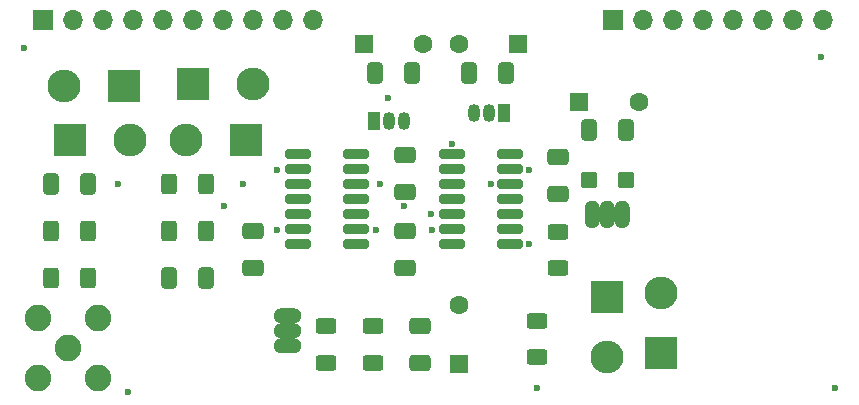
<source format=gbs>
G04 #@! TF.GenerationSoftware,KiCad,Pcbnew,8.0.0*
G04 #@! TF.CreationDate,2025-01-04T20:02:43+01:00*
G04 #@! TF.ProjectId,ina2137,696e6132-3133-4372-9e6b-696361645f70,rev?*
G04 #@! TF.SameCoordinates,Original*
G04 #@! TF.FileFunction,Soldermask,Bot*
G04 #@! TF.FilePolarity,Negative*
%FSLAX46Y46*%
G04 Gerber Fmt 4.6, Leading zero omitted, Abs format (unit mm)*
G04 Created by KiCad (PCBNEW 8.0.0) date 2025-01-04 20:02:43*
%MOMM*%
%LPD*%
G01*
G04 APERTURE LIST*
G04 Aperture macros list*
%AMRoundRect*
0 Rectangle with rounded corners*
0 $1 Rounding radius*
0 $2 $3 $4 $5 $6 $7 $8 $9 X,Y pos of 4 corners*
0 Add a 4 corners polygon primitive as box body*
4,1,4,$2,$3,$4,$5,$6,$7,$8,$9,$2,$3,0*
0 Add four circle primitives for the rounded corners*
1,1,$1+$1,$2,$3*
1,1,$1+$1,$4,$5*
1,1,$1+$1,$6,$7*
1,1,$1+$1,$8,$9*
0 Add four rect primitives between the rounded corners*
20,1,$1+$1,$2,$3,$4,$5,0*
20,1,$1+$1,$4,$5,$6,$7,0*
20,1,$1+$1,$6,$7,$8,$9,0*
20,1,$1+$1,$8,$9,$2,$3,0*%
G04 Aperture macros list end*
%ADD10C,0.001000*%
%ADD11C,2.250000*%
%ADD12R,2.800000X2.800000*%
%ADD13O,2.800000X2.800000*%
%ADD14R,1.600000X1.600000*%
%ADD15C,1.600000*%
%ADD16R,1.700000X1.700000*%
%ADD17O,1.700000X1.700000*%
%ADD18R,1.050000X1.500000*%
%ADD19O,1.050000X1.500000*%
%ADD20RoundRect,0.250000X-0.400000X-0.625000X0.400000X-0.625000X0.400000X0.625000X-0.400000X0.625000X0*%
%ADD21RoundRect,0.250000X0.412500X0.650000X-0.412500X0.650000X-0.412500X-0.650000X0.412500X-0.650000X0*%
%ADD22RoundRect,0.201000X-0.886000X-0.201000X0.886000X-0.201000X0.886000X0.201000X-0.886000X0.201000X0*%
%ADD23RoundRect,0.250000X-0.625000X0.400000X-0.625000X-0.400000X0.625000X-0.400000X0.625000X0.400000X0*%
%ADD24RoundRect,0.250000X-0.650000X0.412500X-0.650000X-0.412500X0.650000X-0.412500X0.650000X0.412500X0*%
%ADD25RoundRect,0.250000X0.650000X-0.412500X0.650000X0.412500X-0.650000X0.412500X-0.650000X-0.412500X0*%
%ADD26RoundRect,0.250000X-0.412500X-0.650000X0.412500X-0.650000X0.412500X0.650000X-0.412500X0.650000X0*%
%ADD27RoundRect,0.250000X0.400000X0.625000X-0.400000X0.625000X-0.400000X-0.625000X0.400000X-0.625000X0*%
%ADD28RoundRect,0.102000X-0.540000X-0.545000X0.540000X-0.545000X0.540000X0.545000X-0.540000X0.545000X0*%
%ADD29C,0.600000*%
G04 APERTURE END LIST*
D10*
X133270000Y-104563661D02*
X133301000Y-104566661D01*
X133332000Y-104571661D01*
X133363000Y-104577661D01*
X133394000Y-104585661D01*
X133424000Y-104595661D01*
X133453000Y-104606661D01*
X133482000Y-104618661D01*
X133510000Y-104632661D01*
X133538000Y-104648661D01*
X133565000Y-104665661D01*
X133590000Y-104683661D01*
X133615000Y-104703661D01*
X133639000Y-104724661D01*
X133661000Y-104746661D01*
X133682000Y-104769661D01*
X133702000Y-104793661D01*
X133721000Y-104819661D01*
X133739000Y-104845661D01*
X133755000Y-104872661D01*
X133769000Y-104900661D01*
X133782000Y-104929661D01*
X133794000Y-104958661D01*
X133804000Y-104988661D01*
X133812000Y-105019661D01*
X133819000Y-105049661D01*
X133824000Y-105081661D01*
X133828000Y-105112661D01*
X133830000Y-105147661D01*
X133828000Y-105182661D01*
X133824000Y-105213661D01*
X133819000Y-105245661D01*
X133812000Y-105275661D01*
X133804000Y-105306661D01*
X133794000Y-105336661D01*
X133782000Y-105365661D01*
X133769000Y-105394661D01*
X133755000Y-105422661D01*
X133739000Y-105449661D01*
X133721000Y-105475661D01*
X133702000Y-105501661D01*
X133682000Y-105525661D01*
X133661000Y-105548661D01*
X133639000Y-105570661D01*
X133615000Y-105591661D01*
X133590000Y-105611661D01*
X133565000Y-105629661D01*
X133538000Y-105646661D01*
X133510000Y-105662661D01*
X133482000Y-105676661D01*
X133453000Y-105688661D01*
X133424000Y-105699661D01*
X133394000Y-105709661D01*
X133363000Y-105717661D01*
X133332000Y-105723661D01*
X133301000Y-105728661D01*
X133270000Y-105731661D01*
X133238000Y-105732661D01*
X133210000Y-105732661D01*
X132210000Y-105732661D01*
X132182000Y-105732661D01*
X132150000Y-105731661D01*
X132119000Y-105728661D01*
X132088000Y-105723661D01*
X132057000Y-105717661D01*
X132026000Y-105709661D01*
X131996000Y-105699661D01*
X131967000Y-105688661D01*
X131938000Y-105676661D01*
X131910000Y-105662661D01*
X131882000Y-105646661D01*
X131855000Y-105629661D01*
X131830000Y-105611661D01*
X131805000Y-105591661D01*
X131781000Y-105570661D01*
X131759000Y-105548661D01*
X131738000Y-105525661D01*
X131718000Y-105501661D01*
X131699000Y-105475661D01*
X131681000Y-105449661D01*
X131665000Y-105422661D01*
X131651000Y-105394661D01*
X131638000Y-105365661D01*
X131626000Y-105336661D01*
X131616000Y-105306661D01*
X131608000Y-105275661D01*
X131601000Y-105245661D01*
X131596000Y-105213661D01*
X131592000Y-105182661D01*
X131590000Y-105147661D01*
X131592000Y-105112661D01*
X131596000Y-105081661D01*
X131601000Y-105049661D01*
X131608000Y-105019661D01*
X131616000Y-104988661D01*
X131626000Y-104958661D01*
X131638000Y-104929661D01*
X131651000Y-104900661D01*
X131665000Y-104872661D01*
X131681000Y-104845661D01*
X131699000Y-104819661D01*
X131718000Y-104793661D01*
X131738000Y-104769661D01*
X131759000Y-104746661D01*
X131781000Y-104724661D01*
X131805000Y-104703661D01*
X131830000Y-104683661D01*
X131855000Y-104665661D01*
X131882000Y-104648661D01*
X131910000Y-104632661D01*
X131938000Y-104618661D01*
X131967000Y-104606661D01*
X131996000Y-104595661D01*
X132026000Y-104585661D01*
X132057000Y-104577661D01*
X132088000Y-104571661D01*
X132119000Y-104566661D01*
X132150000Y-104563661D01*
X132182000Y-104562661D01*
X132210000Y-104562661D01*
X133210000Y-104562661D01*
X133238000Y-104562661D01*
X133270000Y-104563661D01*
G36*
X133270000Y-104563661D02*
G01*
X133301000Y-104566661D01*
X133332000Y-104571661D01*
X133363000Y-104577661D01*
X133394000Y-104585661D01*
X133424000Y-104595661D01*
X133453000Y-104606661D01*
X133482000Y-104618661D01*
X133510000Y-104632661D01*
X133538000Y-104648661D01*
X133565000Y-104665661D01*
X133590000Y-104683661D01*
X133615000Y-104703661D01*
X133639000Y-104724661D01*
X133661000Y-104746661D01*
X133682000Y-104769661D01*
X133702000Y-104793661D01*
X133721000Y-104819661D01*
X133739000Y-104845661D01*
X133755000Y-104872661D01*
X133769000Y-104900661D01*
X133782000Y-104929661D01*
X133794000Y-104958661D01*
X133804000Y-104988661D01*
X133812000Y-105019661D01*
X133819000Y-105049661D01*
X133824000Y-105081661D01*
X133828000Y-105112661D01*
X133830000Y-105147661D01*
X133828000Y-105182661D01*
X133824000Y-105213661D01*
X133819000Y-105245661D01*
X133812000Y-105275661D01*
X133804000Y-105306661D01*
X133794000Y-105336661D01*
X133782000Y-105365661D01*
X133769000Y-105394661D01*
X133755000Y-105422661D01*
X133739000Y-105449661D01*
X133721000Y-105475661D01*
X133702000Y-105501661D01*
X133682000Y-105525661D01*
X133661000Y-105548661D01*
X133639000Y-105570661D01*
X133615000Y-105591661D01*
X133590000Y-105611661D01*
X133565000Y-105629661D01*
X133538000Y-105646661D01*
X133510000Y-105662661D01*
X133482000Y-105676661D01*
X133453000Y-105688661D01*
X133424000Y-105699661D01*
X133394000Y-105709661D01*
X133363000Y-105717661D01*
X133332000Y-105723661D01*
X133301000Y-105728661D01*
X133270000Y-105731661D01*
X133238000Y-105732661D01*
X133210000Y-105732661D01*
X132210000Y-105732661D01*
X132182000Y-105732661D01*
X132150000Y-105731661D01*
X132119000Y-105728661D01*
X132088000Y-105723661D01*
X132057000Y-105717661D01*
X132026000Y-105709661D01*
X131996000Y-105699661D01*
X131967000Y-105688661D01*
X131938000Y-105676661D01*
X131910000Y-105662661D01*
X131882000Y-105646661D01*
X131855000Y-105629661D01*
X131830000Y-105611661D01*
X131805000Y-105591661D01*
X131781000Y-105570661D01*
X131759000Y-105548661D01*
X131738000Y-105525661D01*
X131718000Y-105501661D01*
X131699000Y-105475661D01*
X131681000Y-105449661D01*
X131665000Y-105422661D01*
X131651000Y-105394661D01*
X131638000Y-105365661D01*
X131626000Y-105336661D01*
X131616000Y-105306661D01*
X131608000Y-105275661D01*
X131601000Y-105245661D01*
X131596000Y-105213661D01*
X131592000Y-105182661D01*
X131590000Y-105147661D01*
X131592000Y-105112661D01*
X131596000Y-105081661D01*
X131601000Y-105049661D01*
X131608000Y-105019661D01*
X131616000Y-104988661D01*
X131626000Y-104958661D01*
X131638000Y-104929661D01*
X131651000Y-104900661D01*
X131665000Y-104872661D01*
X131681000Y-104845661D01*
X131699000Y-104819661D01*
X131718000Y-104793661D01*
X131738000Y-104769661D01*
X131759000Y-104746661D01*
X131781000Y-104724661D01*
X131805000Y-104703661D01*
X131830000Y-104683661D01*
X131855000Y-104665661D01*
X131882000Y-104648661D01*
X131910000Y-104632661D01*
X131938000Y-104618661D01*
X131967000Y-104606661D01*
X131996000Y-104595661D01*
X132026000Y-104585661D01*
X132057000Y-104577661D01*
X132088000Y-104571661D01*
X132119000Y-104566661D01*
X132150000Y-104563661D01*
X132182000Y-104562661D01*
X132210000Y-104562661D01*
X133210000Y-104562661D01*
X133238000Y-104562661D01*
X133270000Y-104563661D01*
G37*
X133270000Y-105833661D02*
X133301000Y-105836661D01*
X133332000Y-105841661D01*
X133363000Y-105847661D01*
X133394000Y-105855661D01*
X133424000Y-105865661D01*
X133453000Y-105876661D01*
X133482000Y-105888661D01*
X133510000Y-105902661D01*
X133538000Y-105918661D01*
X133565000Y-105935661D01*
X133590000Y-105953661D01*
X133615000Y-105973661D01*
X133639000Y-105994661D01*
X133661000Y-106016661D01*
X133682000Y-106039661D01*
X133702000Y-106063661D01*
X133721000Y-106089661D01*
X133739000Y-106115661D01*
X133755000Y-106142661D01*
X133769000Y-106170661D01*
X133782000Y-106199661D01*
X133794000Y-106228661D01*
X133804000Y-106258661D01*
X133812000Y-106289661D01*
X133819000Y-106319661D01*
X133824000Y-106351661D01*
X133828000Y-106382661D01*
X133830000Y-106417661D01*
X133828000Y-106452661D01*
X133824000Y-106483661D01*
X133819000Y-106515661D01*
X133812000Y-106545661D01*
X133804000Y-106576661D01*
X133794000Y-106606661D01*
X133782000Y-106635661D01*
X133769000Y-106664661D01*
X133755000Y-106692661D01*
X133739000Y-106719661D01*
X133721000Y-106745661D01*
X133702000Y-106771661D01*
X133682000Y-106795661D01*
X133661000Y-106818661D01*
X133639000Y-106840661D01*
X133615000Y-106861661D01*
X133590000Y-106881661D01*
X133565000Y-106899661D01*
X133538000Y-106916661D01*
X133510000Y-106932661D01*
X133482000Y-106946661D01*
X133453000Y-106958661D01*
X133424000Y-106969661D01*
X133394000Y-106979661D01*
X133363000Y-106987661D01*
X133332000Y-106993661D01*
X133301000Y-106998661D01*
X133270000Y-107001661D01*
X133238000Y-107002661D01*
X133210000Y-107002661D01*
X132210000Y-107002661D01*
X132182000Y-107002661D01*
X132150000Y-107001661D01*
X132119000Y-106998661D01*
X132088000Y-106993661D01*
X132057000Y-106987661D01*
X132026000Y-106979661D01*
X131996000Y-106969661D01*
X131967000Y-106958661D01*
X131938000Y-106946661D01*
X131910000Y-106932661D01*
X131882000Y-106916661D01*
X131855000Y-106899661D01*
X131830000Y-106881661D01*
X131805000Y-106861661D01*
X131781000Y-106840661D01*
X131759000Y-106818661D01*
X131738000Y-106795661D01*
X131718000Y-106771661D01*
X131699000Y-106745661D01*
X131681000Y-106719661D01*
X131665000Y-106692661D01*
X131651000Y-106664661D01*
X131638000Y-106635661D01*
X131626000Y-106606661D01*
X131616000Y-106576661D01*
X131608000Y-106545661D01*
X131601000Y-106515661D01*
X131596000Y-106483661D01*
X131592000Y-106452661D01*
X131590000Y-106417661D01*
X131592000Y-106382661D01*
X131596000Y-106351661D01*
X131601000Y-106319661D01*
X131608000Y-106289661D01*
X131616000Y-106258661D01*
X131626000Y-106228661D01*
X131638000Y-106199661D01*
X131651000Y-106170661D01*
X131665000Y-106142661D01*
X131681000Y-106115661D01*
X131699000Y-106089661D01*
X131718000Y-106063661D01*
X131738000Y-106039661D01*
X131759000Y-106016661D01*
X131781000Y-105994661D01*
X131805000Y-105973661D01*
X131830000Y-105953661D01*
X131855000Y-105935661D01*
X131882000Y-105918661D01*
X131910000Y-105902661D01*
X131938000Y-105888661D01*
X131967000Y-105876661D01*
X131996000Y-105865661D01*
X132026000Y-105855661D01*
X132057000Y-105847661D01*
X132088000Y-105841661D01*
X132119000Y-105836661D01*
X132150000Y-105833661D01*
X132182000Y-105832661D01*
X132210000Y-105832661D01*
X133210000Y-105832661D01*
X133238000Y-105832661D01*
X133270000Y-105833661D01*
G36*
X133270000Y-105833661D02*
G01*
X133301000Y-105836661D01*
X133332000Y-105841661D01*
X133363000Y-105847661D01*
X133394000Y-105855661D01*
X133424000Y-105865661D01*
X133453000Y-105876661D01*
X133482000Y-105888661D01*
X133510000Y-105902661D01*
X133538000Y-105918661D01*
X133565000Y-105935661D01*
X133590000Y-105953661D01*
X133615000Y-105973661D01*
X133639000Y-105994661D01*
X133661000Y-106016661D01*
X133682000Y-106039661D01*
X133702000Y-106063661D01*
X133721000Y-106089661D01*
X133739000Y-106115661D01*
X133755000Y-106142661D01*
X133769000Y-106170661D01*
X133782000Y-106199661D01*
X133794000Y-106228661D01*
X133804000Y-106258661D01*
X133812000Y-106289661D01*
X133819000Y-106319661D01*
X133824000Y-106351661D01*
X133828000Y-106382661D01*
X133830000Y-106417661D01*
X133828000Y-106452661D01*
X133824000Y-106483661D01*
X133819000Y-106515661D01*
X133812000Y-106545661D01*
X133804000Y-106576661D01*
X133794000Y-106606661D01*
X133782000Y-106635661D01*
X133769000Y-106664661D01*
X133755000Y-106692661D01*
X133739000Y-106719661D01*
X133721000Y-106745661D01*
X133702000Y-106771661D01*
X133682000Y-106795661D01*
X133661000Y-106818661D01*
X133639000Y-106840661D01*
X133615000Y-106861661D01*
X133590000Y-106881661D01*
X133565000Y-106899661D01*
X133538000Y-106916661D01*
X133510000Y-106932661D01*
X133482000Y-106946661D01*
X133453000Y-106958661D01*
X133424000Y-106969661D01*
X133394000Y-106979661D01*
X133363000Y-106987661D01*
X133332000Y-106993661D01*
X133301000Y-106998661D01*
X133270000Y-107001661D01*
X133238000Y-107002661D01*
X133210000Y-107002661D01*
X132210000Y-107002661D01*
X132182000Y-107002661D01*
X132150000Y-107001661D01*
X132119000Y-106998661D01*
X132088000Y-106993661D01*
X132057000Y-106987661D01*
X132026000Y-106979661D01*
X131996000Y-106969661D01*
X131967000Y-106958661D01*
X131938000Y-106946661D01*
X131910000Y-106932661D01*
X131882000Y-106916661D01*
X131855000Y-106899661D01*
X131830000Y-106881661D01*
X131805000Y-106861661D01*
X131781000Y-106840661D01*
X131759000Y-106818661D01*
X131738000Y-106795661D01*
X131718000Y-106771661D01*
X131699000Y-106745661D01*
X131681000Y-106719661D01*
X131665000Y-106692661D01*
X131651000Y-106664661D01*
X131638000Y-106635661D01*
X131626000Y-106606661D01*
X131616000Y-106576661D01*
X131608000Y-106545661D01*
X131601000Y-106515661D01*
X131596000Y-106483661D01*
X131592000Y-106452661D01*
X131590000Y-106417661D01*
X131592000Y-106382661D01*
X131596000Y-106351661D01*
X131601000Y-106319661D01*
X131608000Y-106289661D01*
X131616000Y-106258661D01*
X131626000Y-106228661D01*
X131638000Y-106199661D01*
X131651000Y-106170661D01*
X131665000Y-106142661D01*
X131681000Y-106115661D01*
X131699000Y-106089661D01*
X131718000Y-106063661D01*
X131738000Y-106039661D01*
X131759000Y-106016661D01*
X131781000Y-105994661D01*
X131805000Y-105973661D01*
X131830000Y-105953661D01*
X131855000Y-105935661D01*
X131882000Y-105918661D01*
X131910000Y-105902661D01*
X131938000Y-105888661D01*
X131967000Y-105876661D01*
X131996000Y-105865661D01*
X132026000Y-105855661D01*
X132057000Y-105847661D01*
X132088000Y-105841661D01*
X132119000Y-105836661D01*
X132150000Y-105833661D01*
X132182000Y-105832661D01*
X132210000Y-105832661D01*
X133210000Y-105832661D01*
X133238000Y-105832661D01*
X133270000Y-105833661D01*
G37*
X133270000Y-107103661D02*
X133301000Y-107106661D01*
X133332000Y-107111661D01*
X133363000Y-107117661D01*
X133394000Y-107125661D01*
X133424000Y-107135661D01*
X133453000Y-107146661D01*
X133482000Y-107158661D01*
X133510000Y-107172661D01*
X133538000Y-107188661D01*
X133565000Y-107205661D01*
X133590000Y-107223661D01*
X133615000Y-107243661D01*
X133639000Y-107264661D01*
X133661000Y-107286661D01*
X133682000Y-107309661D01*
X133702000Y-107333661D01*
X133721000Y-107359661D01*
X133739000Y-107385661D01*
X133755000Y-107412661D01*
X133769000Y-107440661D01*
X133782000Y-107469661D01*
X133794000Y-107498661D01*
X133804000Y-107528661D01*
X133812000Y-107559661D01*
X133819000Y-107589661D01*
X133824000Y-107621661D01*
X133828000Y-107652661D01*
X133830000Y-107687661D01*
X133828000Y-107722661D01*
X133824000Y-107753661D01*
X133819000Y-107785661D01*
X133812000Y-107815661D01*
X133804000Y-107846661D01*
X133794000Y-107876661D01*
X133782000Y-107905661D01*
X133769000Y-107934661D01*
X133755000Y-107962661D01*
X133739000Y-107989661D01*
X133721000Y-108015661D01*
X133702000Y-108041661D01*
X133682000Y-108065661D01*
X133661000Y-108088661D01*
X133639000Y-108110661D01*
X133615000Y-108131661D01*
X133590000Y-108151661D01*
X133565000Y-108169661D01*
X133538000Y-108186661D01*
X133510000Y-108202661D01*
X133482000Y-108216661D01*
X133453000Y-108228661D01*
X133424000Y-108239661D01*
X133394000Y-108249661D01*
X133363000Y-108257661D01*
X133332000Y-108263661D01*
X133301000Y-108268661D01*
X133270000Y-108271661D01*
X133238000Y-108272661D01*
X133210000Y-108272661D01*
X132210000Y-108272661D01*
X132182000Y-108272661D01*
X132150000Y-108271661D01*
X132119000Y-108268661D01*
X132088000Y-108263661D01*
X132057000Y-108257661D01*
X132026000Y-108249661D01*
X131996000Y-108239661D01*
X131967000Y-108228661D01*
X131938000Y-108216661D01*
X131910000Y-108202661D01*
X131882000Y-108186661D01*
X131855000Y-108169661D01*
X131830000Y-108151661D01*
X131805000Y-108131661D01*
X131781000Y-108110661D01*
X131759000Y-108088661D01*
X131738000Y-108065661D01*
X131718000Y-108041661D01*
X131699000Y-108015661D01*
X131681000Y-107989661D01*
X131665000Y-107962661D01*
X131651000Y-107934661D01*
X131638000Y-107905661D01*
X131626000Y-107876661D01*
X131616000Y-107846661D01*
X131608000Y-107815661D01*
X131601000Y-107785661D01*
X131596000Y-107753661D01*
X131592000Y-107722661D01*
X131590000Y-107687661D01*
X131592000Y-107652661D01*
X131596000Y-107621661D01*
X131601000Y-107589661D01*
X131608000Y-107559661D01*
X131616000Y-107528661D01*
X131626000Y-107498661D01*
X131638000Y-107469661D01*
X131651000Y-107440661D01*
X131665000Y-107412661D01*
X131681000Y-107385661D01*
X131699000Y-107359661D01*
X131718000Y-107333661D01*
X131738000Y-107309661D01*
X131759000Y-107286661D01*
X131781000Y-107264661D01*
X131805000Y-107243661D01*
X131830000Y-107223661D01*
X131855000Y-107205661D01*
X131882000Y-107188661D01*
X131910000Y-107172661D01*
X131938000Y-107158661D01*
X131967000Y-107146661D01*
X131996000Y-107135661D01*
X132026000Y-107125661D01*
X132057000Y-107117661D01*
X132088000Y-107111661D01*
X132119000Y-107106661D01*
X132150000Y-107103661D01*
X132182000Y-107102661D01*
X132210000Y-107102661D01*
X133210000Y-107102661D01*
X133238000Y-107102661D01*
X133270000Y-107103661D01*
G36*
X133270000Y-107103661D02*
G01*
X133301000Y-107106661D01*
X133332000Y-107111661D01*
X133363000Y-107117661D01*
X133394000Y-107125661D01*
X133424000Y-107135661D01*
X133453000Y-107146661D01*
X133482000Y-107158661D01*
X133510000Y-107172661D01*
X133538000Y-107188661D01*
X133565000Y-107205661D01*
X133590000Y-107223661D01*
X133615000Y-107243661D01*
X133639000Y-107264661D01*
X133661000Y-107286661D01*
X133682000Y-107309661D01*
X133702000Y-107333661D01*
X133721000Y-107359661D01*
X133739000Y-107385661D01*
X133755000Y-107412661D01*
X133769000Y-107440661D01*
X133782000Y-107469661D01*
X133794000Y-107498661D01*
X133804000Y-107528661D01*
X133812000Y-107559661D01*
X133819000Y-107589661D01*
X133824000Y-107621661D01*
X133828000Y-107652661D01*
X133830000Y-107687661D01*
X133828000Y-107722661D01*
X133824000Y-107753661D01*
X133819000Y-107785661D01*
X133812000Y-107815661D01*
X133804000Y-107846661D01*
X133794000Y-107876661D01*
X133782000Y-107905661D01*
X133769000Y-107934661D01*
X133755000Y-107962661D01*
X133739000Y-107989661D01*
X133721000Y-108015661D01*
X133702000Y-108041661D01*
X133682000Y-108065661D01*
X133661000Y-108088661D01*
X133639000Y-108110661D01*
X133615000Y-108131661D01*
X133590000Y-108151661D01*
X133565000Y-108169661D01*
X133538000Y-108186661D01*
X133510000Y-108202661D01*
X133482000Y-108216661D01*
X133453000Y-108228661D01*
X133424000Y-108239661D01*
X133394000Y-108249661D01*
X133363000Y-108257661D01*
X133332000Y-108263661D01*
X133301000Y-108268661D01*
X133270000Y-108271661D01*
X133238000Y-108272661D01*
X133210000Y-108272661D01*
X132210000Y-108272661D01*
X132182000Y-108272661D01*
X132150000Y-108271661D01*
X132119000Y-108268661D01*
X132088000Y-108263661D01*
X132057000Y-108257661D01*
X132026000Y-108249661D01*
X131996000Y-108239661D01*
X131967000Y-108228661D01*
X131938000Y-108216661D01*
X131910000Y-108202661D01*
X131882000Y-108186661D01*
X131855000Y-108169661D01*
X131830000Y-108151661D01*
X131805000Y-108131661D01*
X131781000Y-108110661D01*
X131759000Y-108088661D01*
X131738000Y-108065661D01*
X131718000Y-108041661D01*
X131699000Y-108015661D01*
X131681000Y-107989661D01*
X131665000Y-107962661D01*
X131651000Y-107934661D01*
X131638000Y-107905661D01*
X131626000Y-107876661D01*
X131616000Y-107846661D01*
X131608000Y-107815661D01*
X131601000Y-107785661D01*
X131596000Y-107753661D01*
X131592000Y-107722661D01*
X131590000Y-107687661D01*
X131592000Y-107652661D01*
X131596000Y-107621661D01*
X131601000Y-107589661D01*
X131608000Y-107559661D01*
X131616000Y-107528661D01*
X131626000Y-107498661D01*
X131638000Y-107469661D01*
X131651000Y-107440661D01*
X131665000Y-107412661D01*
X131681000Y-107385661D01*
X131699000Y-107359661D01*
X131718000Y-107333661D01*
X131738000Y-107309661D01*
X131759000Y-107286661D01*
X131781000Y-107264661D01*
X131805000Y-107243661D01*
X131830000Y-107223661D01*
X131855000Y-107205661D01*
X131882000Y-107188661D01*
X131910000Y-107172661D01*
X131938000Y-107158661D01*
X131967000Y-107146661D01*
X131996000Y-107135661D01*
X132026000Y-107125661D01*
X132057000Y-107117661D01*
X132088000Y-107111661D01*
X132119000Y-107106661D01*
X132150000Y-107103661D01*
X132182000Y-107102661D01*
X132210000Y-107102661D01*
X133210000Y-107102661D01*
X133238000Y-107102661D01*
X133270000Y-107103661D01*
G37*
X158532800Y-95439500D02*
X158563800Y-95443500D01*
X158595800Y-95448500D01*
X158625800Y-95455500D01*
X158656800Y-95463500D01*
X158686800Y-95473500D01*
X158715800Y-95485500D01*
X158744800Y-95498500D01*
X158772800Y-95512500D01*
X158799800Y-95528500D01*
X158825800Y-95546500D01*
X158851800Y-95565500D01*
X158875800Y-95585500D01*
X158898800Y-95606500D01*
X158920800Y-95628500D01*
X158941800Y-95652500D01*
X158961800Y-95677500D01*
X158979800Y-95702500D01*
X158996800Y-95729500D01*
X159012800Y-95757500D01*
X159026800Y-95785500D01*
X159038800Y-95814500D01*
X159049800Y-95843500D01*
X159059800Y-95873500D01*
X159067800Y-95904500D01*
X159073800Y-95935500D01*
X159078800Y-95966500D01*
X159081800Y-95997500D01*
X159082800Y-96029500D01*
X159082800Y-96057500D01*
X159082800Y-97057500D01*
X159082800Y-97085500D01*
X159081800Y-97117500D01*
X159078800Y-97148500D01*
X159073800Y-97179500D01*
X159067800Y-97210500D01*
X159059800Y-97241500D01*
X159049800Y-97271500D01*
X159038800Y-97300500D01*
X159026800Y-97329500D01*
X159012800Y-97357500D01*
X158996800Y-97385500D01*
X158979800Y-97412500D01*
X158961800Y-97437500D01*
X158941800Y-97462500D01*
X158920800Y-97486500D01*
X158898800Y-97508500D01*
X158875800Y-97529500D01*
X158851800Y-97549500D01*
X158825800Y-97568500D01*
X158799800Y-97586500D01*
X158772800Y-97602500D01*
X158744800Y-97616500D01*
X158715800Y-97629500D01*
X158686800Y-97641500D01*
X158656800Y-97651500D01*
X158625800Y-97659500D01*
X158595800Y-97666500D01*
X158563800Y-97671500D01*
X158532800Y-97675500D01*
X158497800Y-97677500D01*
X158462800Y-97675500D01*
X158431800Y-97671500D01*
X158399800Y-97666500D01*
X158369800Y-97659500D01*
X158338800Y-97651500D01*
X158308800Y-97641500D01*
X158279800Y-97629500D01*
X158250800Y-97616500D01*
X158222800Y-97602500D01*
X158195800Y-97586500D01*
X158169800Y-97568500D01*
X158143800Y-97549500D01*
X158119800Y-97529500D01*
X158096800Y-97508500D01*
X158074800Y-97486500D01*
X158053800Y-97462500D01*
X158033800Y-97437500D01*
X158015800Y-97412500D01*
X157998800Y-97385500D01*
X157982800Y-97357500D01*
X157968800Y-97329500D01*
X157956800Y-97300500D01*
X157945800Y-97271500D01*
X157935800Y-97241500D01*
X157927800Y-97210500D01*
X157921800Y-97179500D01*
X157916800Y-97148500D01*
X157913800Y-97117500D01*
X157912800Y-97085500D01*
X157912800Y-97057500D01*
X157912800Y-96057500D01*
X157912800Y-96029500D01*
X157913800Y-95997500D01*
X157916800Y-95966500D01*
X157921800Y-95935500D01*
X157927800Y-95904500D01*
X157935800Y-95873500D01*
X157945800Y-95843500D01*
X157956800Y-95814500D01*
X157968800Y-95785500D01*
X157982800Y-95757500D01*
X157998800Y-95729500D01*
X158015800Y-95702500D01*
X158033800Y-95677500D01*
X158053800Y-95652500D01*
X158074800Y-95628500D01*
X158096800Y-95606500D01*
X158119800Y-95585500D01*
X158143800Y-95565500D01*
X158169800Y-95546500D01*
X158195800Y-95528500D01*
X158222800Y-95512500D01*
X158250800Y-95498500D01*
X158279800Y-95485500D01*
X158308800Y-95473500D01*
X158338800Y-95463500D01*
X158369800Y-95455500D01*
X158399800Y-95448500D01*
X158431800Y-95443500D01*
X158462800Y-95439500D01*
X158497800Y-95437500D01*
X158532800Y-95439500D01*
G36*
X158532800Y-95439500D02*
G01*
X158563800Y-95443500D01*
X158595800Y-95448500D01*
X158625800Y-95455500D01*
X158656800Y-95463500D01*
X158686800Y-95473500D01*
X158715800Y-95485500D01*
X158744800Y-95498500D01*
X158772800Y-95512500D01*
X158799800Y-95528500D01*
X158825800Y-95546500D01*
X158851800Y-95565500D01*
X158875800Y-95585500D01*
X158898800Y-95606500D01*
X158920800Y-95628500D01*
X158941800Y-95652500D01*
X158961800Y-95677500D01*
X158979800Y-95702500D01*
X158996800Y-95729500D01*
X159012800Y-95757500D01*
X159026800Y-95785500D01*
X159038800Y-95814500D01*
X159049800Y-95843500D01*
X159059800Y-95873500D01*
X159067800Y-95904500D01*
X159073800Y-95935500D01*
X159078800Y-95966500D01*
X159081800Y-95997500D01*
X159082800Y-96029500D01*
X159082800Y-96057500D01*
X159082800Y-97057500D01*
X159082800Y-97085500D01*
X159081800Y-97117500D01*
X159078800Y-97148500D01*
X159073800Y-97179500D01*
X159067800Y-97210500D01*
X159059800Y-97241500D01*
X159049800Y-97271500D01*
X159038800Y-97300500D01*
X159026800Y-97329500D01*
X159012800Y-97357500D01*
X158996800Y-97385500D01*
X158979800Y-97412500D01*
X158961800Y-97437500D01*
X158941800Y-97462500D01*
X158920800Y-97486500D01*
X158898800Y-97508500D01*
X158875800Y-97529500D01*
X158851800Y-97549500D01*
X158825800Y-97568500D01*
X158799800Y-97586500D01*
X158772800Y-97602500D01*
X158744800Y-97616500D01*
X158715800Y-97629500D01*
X158686800Y-97641500D01*
X158656800Y-97651500D01*
X158625800Y-97659500D01*
X158595800Y-97666500D01*
X158563800Y-97671500D01*
X158532800Y-97675500D01*
X158497800Y-97677500D01*
X158462800Y-97675500D01*
X158431800Y-97671500D01*
X158399800Y-97666500D01*
X158369800Y-97659500D01*
X158338800Y-97651500D01*
X158308800Y-97641500D01*
X158279800Y-97629500D01*
X158250800Y-97616500D01*
X158222800Y-97602500D01*
X158195800Y-97586500D01*
X158169800Y-97568500D01*
X158143800Y-97549500D01*
X158119800Y-97529500D01*
X158096800Y-97508500D01*
X158074800Y-97486500D01*
X158053800Y-97462500D01*
X158033800Y-97437500D01*
X158015800Y-97412500D01*
X157998800Y-97385500D01*
X157982800Y-97357500D01*
X157968800Y-97329500D01*
X157956800Y-97300500D01*
X157945800Y-97271500D01*
X157935800Y-97241500D01*
X157927800Y-97210500D01*
X157921800Y-97179500D01*
X157916800Y-97148500D01*
X157913800Y-97117500D01*
X157912800Y-97085500D01*
X157912800Y-97057500D01*
X157912800Y-96057500D01*
X157912800Y-96029500D01*
X157913800Y-95997500D01*
X157916800Y-95966500D01*
X157921800Y-95935500D01*
X157927800Y-95904500D01*
X157935800Y-95873500D01*
X157945800Y-95843500D01*
X157956800Y-95814500D01*
X157968800Y-95785500D01*
X157982800Y-95757500D01*
X157998800Y-95729500D01*
X158015800Y-95702500D01*
X158033800Y-95677500D01*
X158053800Y-95652500D01*
X158074800Y-95628500D01*
X158096800Y-95606500D01*
X158119800Y-95585500D01*
X158143800Y-95565500D01*
X158169800Y-95546500D01*
X158195800Y-95528500D01*
X158222800Y-95512500D01*
X158250800Y-95498500D01*
X158279800Y-95485500D01*
X158308800Y-95473500D01*
X158338800Y-95463500D01*
X158369800Y-95455500D01*
X158399800Y-95448500D01*
X158431800Y-95443500D01*
X158462800Y-95439500D01*
X158497800Y-95437500D01*
X158532800Y-95439500D01*
G37*
X159802800Y-95439500D02*
X159833800Y-95443500D01*
X159865800Y-95448500D01*
X159895800Y-95455500D01*
X159926800Y-95463500D01*
X159956800Y-95473500D01*
X159985800Y-95485500D01*
X160014800Y-95498500D01*
X160042800Y-95512500D01*
X160069800Y-95528500D01*
X160095800Y-95546500D01*
X160121800Y-95565500D01*
X160145800Y-95585500D01*
X160168800Y-95606500D01*
X160190800Y-95628500D01*
X160211800Y-95652500D01*
X160231800Y-95677500D01*
X160249800Y-95702500D01*
X160266800Y-95729500D01*
X160282800Y-95757500D01*
X160296800Y-95785500D01*
X160308800Y-95814500D01*
X160319800Y-95843500D01*
X160329800Y-95873500D01*
X160337800Y-95904500D01*
X160343800Y-95935500D01*
X160348800Y-95966500D01*
X160351800Y-95997500D01*
X160352800Y-96029500D01*
X160352800Y-96057500D01*
X160352800Y-97057500D01*
X160352800Y-97085500D01*
X160351800Y-97117500D01*
X160348800Y-97148500D01*
X160343800Y-97179500D01*
X160337800Y-97210500D01*
X160329800Y-97241500D01*
X160319800Y-97271500D01*
X160308800Y-97300500D01*
X160296800Y-97329500D01*
X160282800Y-97357500D01*
X160266800Y-97385500D01*
X160249800Y-97412500D01*
X160231800Y-97437500D01*
X160211800Y-97462500D01*
X160190800Y-97486500D01*
X160168800Y-97508500D01*
X160145800Y-97529500D01*
X160121800Y-97549500D01*
X160095800Y-97568500D01*
X160069800Y-97586500D01*
X160042800Y-97602500D01*
X160014800Y-97616500D01*
X159985800Y-97629500D01*
X159956800Y-97641500D01*
X159926800Y-97651500D01*
X159895800Y-97659500D01*
X159865800Y-97666500D01*
X159833800Y-97671500D01*
X159802800Y-97675500D01*
X159767800Y-97677500D01*
X159732800Y-97675500D01*
X159701800Y-97671500D01*
X159669800Y-97666500D01*
X159639800Y-97659500D01*
X159608800Y-97651500D01*
X159578800Y-97641500D01*
X159549800Y-97629500D01*
X159520800Y-97616500D01*
X159492800Y-97602500D01*
X159465800Y-97586500D01*
X159439800Y-97568500D01*
X159413800Y-97549500D01*
X159389800Y-97529500D01*
X159366800Y-97508500D01*
X159344800Y-97486500D01*
X159323800Y-97462500D01*
X159303800Y-97437500D01*
X159285800Y-97412500D01*
X159268800Y-97385500D01*
X159252800Y-97357500D01*
X159238800Y-97329500D01*
X159226800Y-97300500D01*
X159215800Y-97271500D01*
X159205800Y-97241500D01*
X159197800Y-97210500D01*
X159191800Y-97179500D01*
X159186800Y-97148500D01*
X159183800Y-97117500D01*
X159182800Y-97085500D01*
X159182800Y-97057500D01*
X159182800Y-96057500D01*
X159182800Y-96029500D01*
X159183800Y-95997500D01*
X159186800Y-95966500D01*
X159191800Y-95935500D01*
X159197800Y-95904500D01*
X159205800Y-95873500D01*
X159215800Y-95843500D01*
X159226800Y-95814500D01*
X159238800Y-95785500D01*
X159252800Y-95757500D01*
X159268800Y-95729500D01*
X159285800Y-95702500D01*
X159303800Y-95677500D01*
X159323800Y-95652500D01*
X159344800Y-95628500D01*
X159366800Y-95606500D01*
X159389800Y-95585500D01*
X159413800Y-95565500D01*
X159439800Y-95546500D01*
X159465800Y-95528500D01*
X159492800Y-95512500D01*
X159520800Y-95498500D01*
X159549800Y-95485500D01*
X159578800Y-95473500D01*
X159608800Y-95463500D01*
X159639800Y-95455500D01*
X159669800Y-95448500D01*
X159701800Y-95443500D01*
X159732800Y-95439500D01*
X159767800Y-95437500D01*
X159802800Y-95439500D01*
G36*
X159802800Y-95439500D02*
G01*
X159833800Y-95443500D01*
X159865800Y-95448500D01*
X159895800Y-95455500D01*
X159926800Y-95463500D01*
X159956800Y-95473500D01*
X159985800Y-95485500D01*
X160014800Y-95498500D01*
X160042800Y-95512500D01*
X160069800Y-95528500D01*
X160095800Y-95546500D01*
X160121800Y-95565500D01*
X160145800Y-95585500D01*
X160168800Y-95606500D01*
X160190800Y-95628500D01*
X160211800Y-95652500D01*
X160231800Y-95677500D01*
X160249800Y-95702500D01*
X160266800Y-95729500D01*
X160282800Y-95757500D01*
X160296800Y-95785500D01*
X160308800Y-95814500D01*
X160319800Y-95843500D01*
X160329800Y-95873500D01*
X160337800Y-95904500D01*
X160343800Y-95935500D01*
X160348800Y-95966500D01*
X160351800Y-95997500D01*
X160352800Y-96029500D01*
X160352800Y-96057500D01*
X160352800Y-97057500D01*
X160352800Y-97085500D01*
X160351800Y-97117500D01*
X160348800Y-97148500D01*
X160343800Y-97179500D01*
X160337800Y-97210500D01*
X160329800Y-97241500D01*
X160319800Y-97271500D01*
X160308800Y-97300500D01*
X160296800Y-97329500D01*
X160282800Y-97357500D01*
X160266800Y-97385500D01*
X160249800Y-97412500D01*
X160231800Y-97437500D01*
X160211800Y-97462500D01*
X160190800Y-97486500D01*
X160168800Y-97508500D01*
X160145800Y-97529500D01*
X160121800Y-97549500D01*
X160095800Y-97568500D01*
X160069800Y-97586500D01*
X160042800Y-97602500D01*
X160014800Y-97616500D01*
X159985800Y-97629500D01*
X159956800Y-97641500D01*
X159926800Y-97651500D01*
X159895800Y-97659500D01*
X159865800Y-97666500D01*
X159833800Y-97671500D01*
X159802800Y-97675500D01*
X159767800Y-97677500D01*
X159732800Y-97675500D01*
X159701800Y-97671500D01*
X159669800Y-97666500D01*
X159639800Y-97659500D01*
X159608800Y-97651500D01*
X159578800Y-97641500D01*
X159549800Y-97629500D01*
X159520800Y-97616500D01*
X159492800Y-97602500D01*
X159465800Y-97586500D01*
X159439800Y-97568500D01*
X159413800Y-97549500D01*
X159389800Y-97529500D01*
X159366800Y-97508500D01*
X159344800Y-97486500D01*
X159323800Y-97462500D01*
X159303800Y-97437500D01*
X159285800Y-97412500D01*
X159268800Y-97385500D01*
X159252800Y-97357500D01*
X159238800Y-97329500D01*
X159226800Y-97300500D01*
X159215800Y-97271500D01*
X159205800Y-97241500D01*
X159197800Y-97210500D01*
X159191800Y-97179500D01*
X159186800Y-97148500D01*
X159183800Y-97117500D01*
X159182800Y-97085500D01*
X159182800Y-97057500D01*
X159182800Y-96057500D01*
X159182800Y-96029500D01*
X159183800Y-95997500D01*
X159186800Y-95966500D01*
X159191800Y-95935500D01*
X159197800Y-95904500D01*
X159205800Y-95873500D01*
X159215800Y-95843500D01*
X159226800Y-95814500D01*
X159238800Y-95785500D01*
X159252800Y-95757500D01*
X159268800Y-95729500D01*
X159285800Y-95702500D01*
X159303800Y-95677500D01*
X159323800Y-95652500D01*
X159344800Y-95628500D01*
X159366800Y-95606500D01*
X159389800Y-95585500D01*
X159413800Y-95565500D01*
X159439800Y-95546500D01*
X159465800Y-95528500D01*
X159492800Y-95512500D01*
X159520800Y-95498500D01*
X159549800Y-95485500D01*
X159578800Y-95473500D01*
X159608800Y-95463500D01*
X159639800Y-95455500D01*
X159669800Y-95448500D01*
X159701800Y-95443500D01*
X159732800Y-95439500D01*
X159767800Y-95437500D01*
X159802800Y-95439500D01*
G37*
X161072800Y-95439500D02*
X161103800Y-95443500D01*
X161135800Y-95448500D01*
X161165800Y-95455500D01*
X161196800Y-95463500D01*
X161226800Y-95473500D01*
X161255800Y-95485500D01*
X161284800Y-95498500D01*
X161312800Y-95512500D01*
X161339800Y-95528500D01*
X161365800Y-95546500D01*
X161391800Y-95565500D01*
X161415800Y-95585500D01*
X161438800Y-95606500D01*
X161460800Y-95628500D01*
X161481800Y-95652500D01*
X161501800Y-95677500D01*
X161519800Y-95702500D01*
X161536800Y-95729500D01*
X161552800Y-95757500D01*
X161566800Y-95785500D01*
X161578800Y-95814500D01*
X161589800Y-95843500D01*
X161599800Y-95873500D01*
X161607800Y-95904500D01*
X161613800Y-95935500D01*
X161618800Y-95966500D01*
X161621800Y-95997500D01*
X161622800Y-96029500D01*
X161622800Y-96057500D01*
X161622800Y-97057500D01*
X161622800Y-97085500D01*
X161621800Y-97117500D01*
X161618800Y-97148500D01*
X161613800Y-97179500D01*
X161607800Y-97210500D01*
X161599800Y-97241500D01*
X161589800Y-97271500D01*
X161578800Y-97300500D01*
X161566800Y-97329500D01*
X161552800Y-97357500D01*
X161536800Y-97385500D01*
X161519800Y-97412500D01*
X161501800Y-97437500D01*
X161481800Y-97462500D01*
X161460800Y-97486500D01*
X161438800Y-97508500D01*
X161415800Y-97529500D01*
X161391800Y-97549500D01*
X161365800Y-97568500D01*
X161339800Y-97586500D01*
X161312800Y-97602500D01*
X161284800Y-97616500D01*
X161255800Y-97629500D01*
X161226800Y-97641500D01*
X161196800Y-97651500D01*
X161165800Y-97659500D01*
X161135800Y-97666500D01*
X161103800Y-97671500D01*
X161072800Y-97675500D01*
X161037800Y-97677500D01*
X161002800Y-97675500D01*
X160971800Y-97671500D01*
X160939800Y-97666500D01*
X160909800Y-97659500D01*
X160878800Y-97651500D01*
X160848800Y-97641500D01*
X160819800Y-97629500D01*
X160790800Y-97616500D01*
X160762800Y-97602500D01*
X160735800Y-97586500D01*
X160709800Y-97568500D01*
X160683800Y-97549500D01*
X160659800Y-97529500D01*
X160636800Y-97508500D01*
X160614800Y-97486500D01*
X160593800Y-97462500D01*
X160573800Y-97437500D01*
X160555800Y-97412500D01*
X160538800Y-97385500D01*
X160522800Y-97357500D01*
X160508800Y-97329500D01*
X160496800Y-97300500D01*
X160485800Y-97271500D01*
X160475800Y-97241500D01*
X160467800Y-97210500D01*
X160461800Y-97179500D01*
X160456800Y-97148500D01*
X160453800Y-97117500D01*
X160452800Y-97085500D01*
X160452800Y-97057500D01*
X160452800Y-96057500D01*
X160452800Y-96029500D01*
X160453800Y-95997500D01*
X160456800Y-95966500D01*
X160461800Y-95935500D01*
X160467800Y-95904500D01*
X160475800Y-95873500D01*
X160485800Y-95843500D01*
X160496800Y-95814500D01*
X160508800Y-95785500D01*
X160522800Y-95757500D01*
X160538800Y-95729500D01*
X160555800Y-95702500D01*
X160573800Y-95677500D01*
X160593800Y-95652500D01*
X160614800Y-95628500D01*
X160636800Y-95606500D01*
X160659800Y-95585500D01*
X160683800Y-95565500D01*
X160709800Y-95546500D01*
X160735800Y-95528500D01*
X160762800Y-95512500D01*
X160790800Y-95498500D01*
X160819800Y-95485500D01*
X160848800Y-95473500D01*
X160878800Y-95463500D01*
X160909800Y-95455500D01*
X160939800Y-95448500D01*
X160971800Y-95443500D01*
X161002800Y-95439500D01*
X161037800Y-95437500D01*
X161072800Y-95439500D01*
G36*
X161072800Y-95439500D02*
G01*
X161103800Y-95443500D01*
X161135800Y-95448500D01*
X161165800Y-95455500D01*
X161196800Y-95463500D01*
X161226800Y-95473500D01*
X161255800Y-95485500D01*
X161284800Y-95498500D01*
X161312800Y-95512500D01*
X161339800Y-95528500D01*
X161365800Y-95546500D01*
X161391800Y-95565500D01*
X161415800Y-95585500D01*
X161438800Y-95606500D01*
X161460800Y-95628500D01*
X161481800Y-95652500D01*
X161501800Y-95677500D01*
X161519800Y-95702500D01*
X161536800Y-95729500D01*
X161552800Y-95757500D01*
X161566800Y-95785500D01*
X161578800Y-95814500D01*
X161589800Y-95843500D01*
X161599800Y-95873500D01*
X161607800Y-95904500D01*
X161613800Y-95935500D01*
X161618800Y-95966500D01*
X161621800Y-95997500D01*
X161622800Y-96029500D01*
X161622800Y-96057500D01*
X161622800Y-97057500D01*
X161622800Y-97085500D01*
X161621800Y-97117500D01*
X161618800Y-97148500D01*
X161613800Y-97179500D01*
X161607800Y-97210500D01*
X161599800Y-97241500D01*
X161589800Y-97271500D01*
X161578800Y-97300500D01*
X161566800Y-97329500D01*
X161552800Y-97357500D01*
X161536800Y-97385500D01*
X161519800Y-97412500D01*
X161501800Y-97437500D01*
X161481800Y-97462500D01*
X161460800Y-97486500D01*
X161438800Y-97508500D01*
X161415800Y-97529500D01*
X161391800Y-97549500D01*
X161365800Y-97568500D01*
X161339800Y-97586500D01*
X161312800Y-97602500D01*
X161284800Y-97616500D01*
X161255800Y-97629500D01*
X161226800Y-97641500D01*
X161196800Y-97651500D01*
X161165800Y-97659500D01*
X161135800Y-97666500D01*
X161103800Y-97671500D01*
X161072800Y-97675500D01*
X161037800Y-97677500D01*
X161002800Y-97675500D01*
X160971800Y-97671500D01*
X160939800Y-97666500D01*
X160909800Y-97659500D01*
X160878800Y-97651500D01*
X160848800Y-97641500D01*
X160819800Y-97629500D01*
X160790800Y-97616500D01*
X160762800Y-97602500D01*
X160735800Y-97586500D01*
X160709800Y-97568500D01*
X160683800Y-97549500D01*
X160659800Y-97529500D01*
X160636800Y-97508500D01*
X160614800Y-97486500D01*
X160593800Y-97462500D01*
X160573800Y-97437500D01*
X160555800Y-97412500D01*
X160538800Y-97385500D01*
X160522800Y-97357500D01*
X160508800Y-97329500D01*
X160496800Y-97300500D01*
X160485800Y-97271500D01*
X160475800Y-97241500D01*
X160467800Y-97210500D01*
X160461800Y-97179500D01*
X160456800Y-97148500D01*
X160453800Y-97117500D01*
X160452800Y-97085500D01*
X160452800Y-97057500D01*
X160452800Y-96057500D01*
X160452800Y-96029500D01*
X160453800Y-95997500D01*
X160456800Y-95966500D01*
X160461800Y-95935500D01*
X160467800Y-95904500D01*
X160475800Y-95873500D01*
X160485800Y-95843500D01*
X160496800Y-95814500D01*
X160508800Y-95785500D01*
X160522800Y-95757500D01*
X160538800Y-95729500D01*
X160555800Y-95702500D01*
X160573800Y-95677500D01*
X160593800Y-95652500D01*
X160614800Y-95628500D01*
X160636800Y-95606500D01*
X160659800Y-95585500D01*
X160683800Y-95565500D01*
X160709800Y-95546500D01*
X160735800Y-95528500D01*
X160762800Y-95512500D01*
X160790800Y-95498500D01*
X160819800Y-95485500D01*
X160848800Y-95473500D01*
X160878800Y-95463500D01*
X160909800Y-95455500D01*
X160939800Y-95448500D01*
X160971800Y-95443500D01*
X161002800Y-95439500D01*
X161037800Y-95437500D01*
X161072800Y-95439500D01*
G37*
D11*
X114140000Y-107900000D03*
X111600000Y-110440000D03*
X116680000Y-110440000D03*
X111600000Y-105360000D03*
X116680000Y-105360000D03*
D12*
X124740000Y-85590000D03*
D13*
X129820000Y-85590000D03*
D14*
X139220000Y-82150000D03*
D15*
X144220000Y-82150000D03*
D16*
X112040000Y-80100000D03*
D17*
X114580000Y-80100000D03*
X117120000Y-80100000D03*
X119660000Y-80100000D03*
X122200000Y-80100000D03*
X124740000Y-80100000D03*
X127280000Y-80100000D03*
X129820000Y-80100000D03*
X132360000Y-80100000D03*
X134900000Y-80100000D03*
D12*
X114320000Y-90270000D03*
D13*
X119400000Y-90270000D03*
D16*
X160300000Y-80100000D03*
D17*
X162840000Y-80100000D03*
X165380000Y-80100000D03*
X167920000Y-80100000D03*
X170460000Y-80100000D03*
X173000000Y-80100000D03*
X175540000Y-80100000D03*
X178080000Y-80100000D03*
D12*
X129260101Y-90270000D03*
D13*
X124180101Y-90270000D03*
D12*
X164400000Y-108300000D03*
D13*
X164400000Y-103220000D03*
D14*
X152300000Y-82150000D03*
D15*
X147300000Y-82150000D03*
D14*
X157470000Y-87090000D03*
D15*
X162470000Y-87090000D03*
D12*
X159840050Y-103620000D03*
D13*
X159840050Y-108700000D03*
D18*
X140110000Y-88690000D03*
D19*
X141380000Y-88690000D03*
X142650000Y-88690000D03*
D12*
X118900000Y-85700000D03*
D13*
X113820000Y-85700000D03*
D18*
X151050000Y-88000000D03*
D19*
X149780000Y-88000000D03*
X148510000Y-88000000D03*
D14*
X147290000Y-109270000D03*
D15*
X147290000Y-104270000D03*
D20*
X122750000Y-94000000D03*
X125850000Y-94000000D03*
D21*
X151262500Y-84600000D03*
X148137500Y-84600000D03*
D22*
X133600000Y-99110000D03*
X133600000Y-97840000D03*
X133600000Y-96570000D03*
X133600000Y-95300000D03*
X133600000Y-94030000D03*
X133600000Y-92760000D03*
X133600000Y-91490000D03*
X138550000Y-91490000D03*
X138550000Y-92760000D03*
X138550000Y-94030000D03*
X138550000Y-95300000D03*
X138550000Y-96570000D03*
X138550000Y-97840000D03*
X138550000Y-99110000D03*
X146650000Y-99110000D03*
X146650000Y-97840000D03*
X146650000Y-96570000D03*
X146650000Y-95300000D03*
X146650000Y-94030000D03*
X146650000Y-92760000D03*
X146650000Y-91490000D03*
X151600000Y-91490000D03*
X151600000Y-92760000D03*
X151600000Y-94030000D03*
X151600000Y-95300000D03*
X151600000Y-96570000D03*
X151600000Y-97840000D03*
X151600000Y-99110000D03*
D23*
X155610000Y-98050000D03*
X155610000Y-101150000D03*
D24*
X142700000Y-98037500D03*
X142700000Y-101162500D03*
D25*
X144000000Y-109162500D03*
X144000000Y-106037500D03*
D23*
X136000000Y-106050000D03*
X136000000Y-109150000D03*
D20*
X112750000Y-102000000D03*
X115850000Y-102000000D03*
D23*
X140000000Y-106050000D03*
X140000000Y-109150000D03*
D21*
X125862500Y-102000000D03*
X122737500Y-102000000D03*
D25*
X142700000Y-94700000D03*
X142700000Y-91575000D03*
D21*
X115862500Y-94000000D03*
X112737500Y-94000000D03*
D26*
X140137500Y-84600000D03*
X143262500Y-84600000D03*
D23*
X153900000Y-105600000D03*
X153900000Y-108700000D03*
D24*
X155610000Y-91775000D03*
X155610000Y-94900000D03*
D27*
X115850000Y-98000000D03*
X112750000Y-98000000D03*
D26*
X158277550Y-89490000D03*
X161402550Y-89490000D03*
D28*
X161415050Y-93672500D03*
X158265050Y-93672500D03*
D25*
X129800000Y-101162500D03*
X129800000Y-98037500D03*
D27*
X125850000Y-98000000D03*
X122750000Y-98000000D03*
D29*
X177880000Y-83310000D03*
X110440000Y-82500000D03*
X119240000Y-111620000D03*
X179110000Y-111320000D03*
X141260000Y-86730000D03*
X146660000Y-90610000D03*
X127400000Y-95910000D03*
X118440000Y-94030000D03*
X129000000Y-94030000D03*
X150000000Y-94000000D03*
X142650000Y-95862500D03*
X153910000Y-111310000D03*
X145000000Y-97900000D03*
X140200000Y-97900000D03*
X144900000Y-96600000D03*
X140590000Y-94030000D03*
X131900000Y-97900000D03*
X131900000Y-92800000D03*
X153220000Y-92800000D03*
X153200000Y-99100000D03*
M02*

</source>
